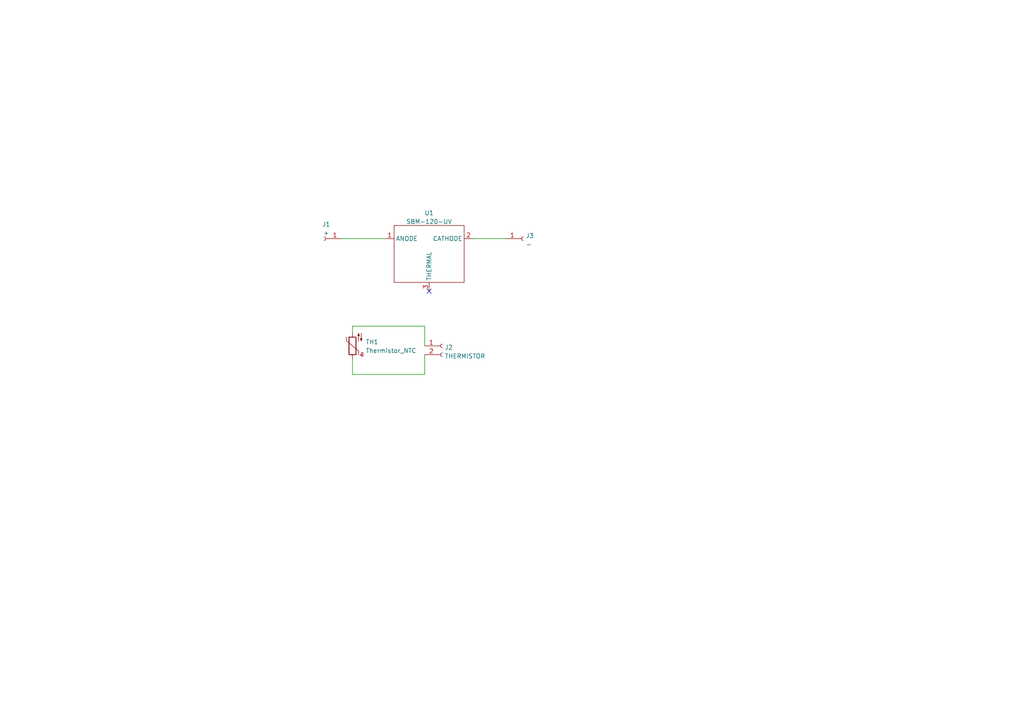
<source format=kicad_sch>
(kicad_sch (version 20211123) (generator eeschema)
  (paper "A4")
  (lib_symbols
    (symbol "Connector:Conn_01x01_Female" (pin_names (offset 1.016) hide)
      (property "Reference" "J" (at 0 2.54 0))
      (property "Value" "Conn_01x01_Female" (at 0 -2.54 0))
      (symbol "Conn_01x01_Female_1_1"
        (polyline (pts (xy -1.27 0) (xy -0.508 0)) (stroke (width 0.1524)))
        (arc (start 0 0.508) (mid -0.508 0) (end 0 -0.508) (stroke (width 0.1524)))
        (pin passive line (at -5.08 0 0) (length 3.81) (name "Pin_1") (number "1"))
      )
    )
    (symbol "Connector:Conn_01x02_Female" (pin_names (offset 1.016) hide)
      (property "Reference" "J" (at 0 2.54 0))
      (property "Value" "Conn_01x02_Female" (at 0 -5.08 0))
      (symbol "Conn_01x02_Female_1_1"
        (arc (start 0 -2.032) (mid -0.508 -2.54) (end 0 -3.048) (stroke (width 0.1524)))
        (polyline (pts (xy -1.27 -2.54) (xy -0.508 -2.54)) (stroke (width 0.1524)))
        (polyline (pts (xy -1.27 0) (xy -0.508 0)) (stroke (width 0.1524)))
        (arc (start 0 0.508) (mid -0.508 0) (end 0 -0.508) (stroke (width 0.1524)))
        (pin passive line (at -5.08 0 0) (length 3.81) (name "Pin_1") (number "1"))
        (pin passive line (at -5.08 -2.54 0) (length 3.81) (name "Pin_2") (number "2"))
      )
    )
    (symbol "Device:Thermistor_NTC" (pin_numbers hide) (pin_names (offset 0))
      (property "Reference" "TH" (at -4.445 0 90))
      (property "Value" "Thermistor_NTC" (at 3.175 0 90))
      (symbol "Thermistor_NTC_0_1"
        (arc (start -3.048 2.159) (mid -3.0495 2.3143) (end -3.175 2.413))
        (arc (start -3.048 2.159) (mid -2.9736 1.9794) (end -2.794 1.905))
        (arc (start -3.048 2.794) (mid -2.9736 2.6144) (end -2.794 2.54))
        (arc (start -2.794 1.905) (mid -2.6144 1.9794) (end -2.54 2.159))
        (arc (start -2.794 2.54) (mid -2.4393 2.5587) (end -2.159 2.794))
        (arc (start -2.794 3.048) (mid -2.9736 2.9736) (end -3.048 2.794))
        (arc (start -2.54 2.794) (mid -2.6144 2.9736) (end -2.794 3.048))
        (rectangle (start -1.016 2.54) (end 1.016 -2.54) (stroke (width 0.254)))
        (polyline (pts (xy -2.54 2.159) (xy -2.54 2.794)))
        (polyline (pts (xy -1.778 2.54) (xy -1.778 1.524) (xy 1.778 -1.524) (xy 1.778 -2.54)))
        (polyline (pts (xy -2.54 -3.683) (xy -2.54 -1.397) (xy -2.794 -2.159) (xy -2.286 -2.159) (xy -2.54 -1.397) (xy -2.54 -1.651)) (fill (type outline)))
        (polyline (pts (xy -1.778 -1.397) (xy -1.778 -3.683) (xy -2.032 -2.921) (xy -1.524 -2.921) (xy -1.778 -3.683) (xy -1.778 -3.429)) (fill (type outline)))
      )
      (symbol "Thermistor_NTC_1_1"
        (pin passive line (at 0 3.81 270) (length 1.27) (name "~") (number "1"))
        (pin passive line (at 0 -3.81 90) (length 1.27) (name "~") (number "2"))
      )
    )
    (symbol "custom:SBM-120-UV"
      (property "Reference" "U" (at 0 10.16 0))
      (property "Value" "SBM-120-UV" (at 0 -21.59 0))
      (symbol "SBM-120-UV_0_1"
        (rectangle (start -10.16 8.89) (end 10.16 -7.62) (stroke (width 0.1524)))
      )
      (symbol "SBM-120-UV_1_1"
        (pin input line (at -12.7 5.08 0) (length 2.54) (name "ANODE") (number "1"))
        (pin input line (at 12.7 5.08 180) (length 2.54) (name "CATHODE") (number "2"))
        (pin passive line (at 0 -10.16 90) (length 2.54) (name "THERMAL") (number "3"))
      )
    )
  )
  (no_connect (at 124.46 84.455))
  (wire (pts (xy 146.685 69.215) (xy 137.16 69.215)))
  (wire (pts (xy 102.235 96.52) (xy 102.235 94.615)))
  (wire (pts (xy 123.19 102.87) (xy 123.19 108.585)))
  (wire (pts (xy 99.06 69.215) (xy 111.76 69.215)))
  (wire (pts (xy 102.235 108.585) (xy 102.235 104.14)))
  (wire (pts (xy 123.19 94.615) (xy 123.19 100.33)))
  (wire (pts (xy 102.235 94.615) (xy 123.19 94.615)))
  (wire (pts (xy 123.19 108.585) (xy 102.235 108.585)))
  (symbol (lib_id "Connector:Conn_01x01_Female") (at 151.765 69.215 0) (unit 1)
    (property "Reference" "J3" (at 152.4762 68.3803 0) (effects (justify left)))
    (property "Value" "-" (at 152.4762 70.9172 0) (effects (justify left)))
    (property "Footprint" "TestPoint:TestPoint_Pad_3.0x3.0mm" (effects hide))
  )
  (symbol (lib_id "Connector:Conn_01x02_Female") (at 128.27 100.33 0) (unit 1)
    (property "Reference" "J2" (at 128.9812 100.7653 0) (effects (justify left)))
    (property "Value" "THERMISTOR" (at 128.9812 103.3022 0) (effects (justify left)))
    (property "Footprint" "TestPoint:TestPoint_2Pads_Pitch2.54mm_Drill0.8mm" (effects hide))
  )
  (symbol (lib_id "Device:Thermistor_NTC") (at 102.235 100.33 180) (unit 1)
    (property "Reference" "TH1" (at 106.045 99.1778 0) (effects (justify right)))
    (property "Value" "Thermistor_NTC" (at 106.045 101.7147 0) (effects (justify right)))
    (property "Footprint" "Resistor_SMD:R_0603_1608Metric" (effects hide))
  )
  (symbol (lib_id "custom:SBM-120-UV") (at 124.46 74.295 0) (unit 1)
    (property "Reference" "U1" (at 124.46 61.756 0))
    (property "Value" "SBM-120-UV" (at 124.46 64.2929 0))
    (property "Footprint" "custom_lib:SBM-120-UV" (effects hide))
  )
  (symbol (lib_id "Connector:Conn_01x01_Female") (at 93.98 69.215 180) (unit 1)
    (property "Reference" "J1" (at 94.615 65.058 0))
    (property "Value" "+" (at 94.615 67.5949 0))
    (property "Footprint" "TestPoint:TestPoint_Pad_3.0x3.0mm" (effects hide))
  )
)
</source>
